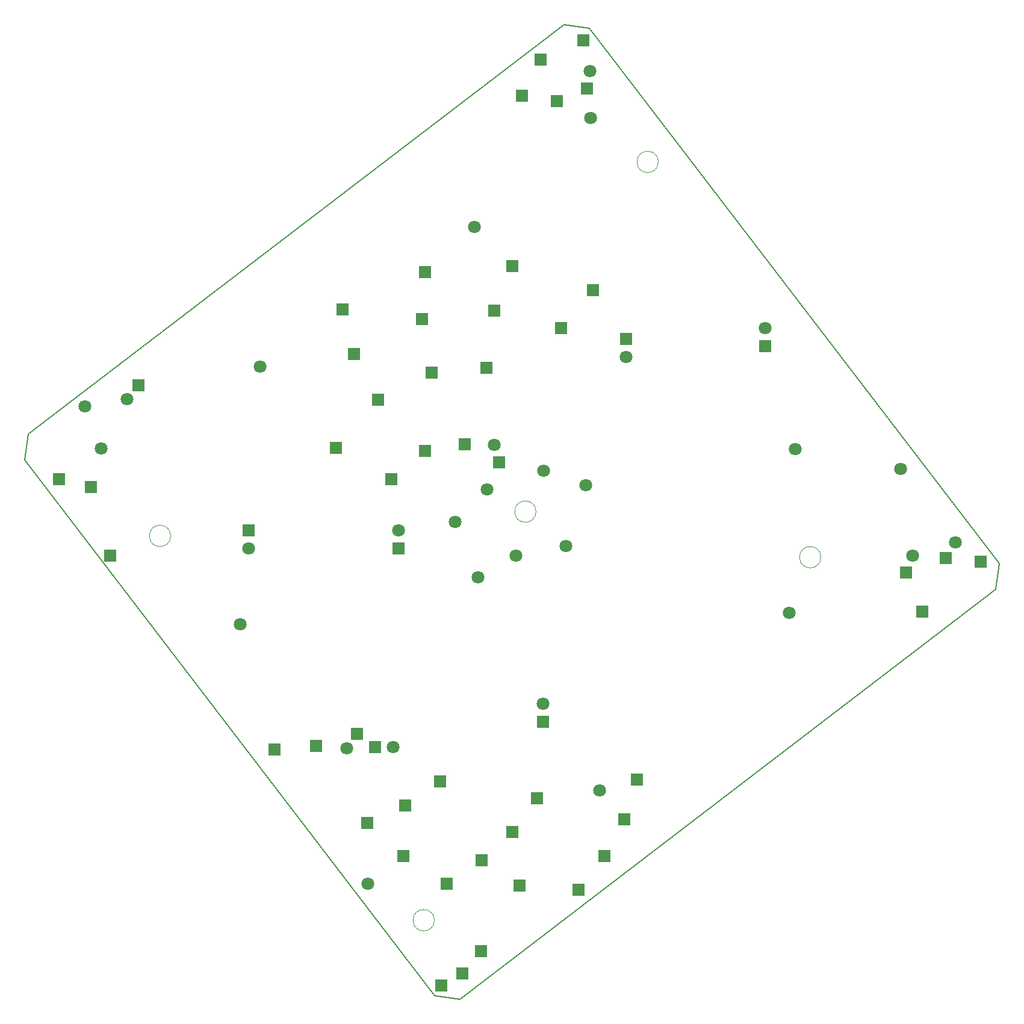
<source format=gts>
G04 #@! TF.GenerationSoftware,KiCad,Pcbnew,5.1.9+dfsg1-1+deb11u1*
G04 #@! TF.CreationDate,2024-07-30T12:46:16+01:00*
G04 #@! TF.ProjectId,drivers,64726976-6572-4732-9e6b-696361645f70,rev?*
G04 #@! TF.SameCoordinates,Original*
G04 #@! TF.FileFunction,Soldermask,Top*
G04 #@! TF.FilePolarity,Negative*
%FSLAX46Y46*%
G04 Gerber Fmt 4.6, Leading zero omitted, Abs format (unit mm)*
G04 Created by KiCad (PCBNEW 5.1.9+dfsg1-1+deb11u1) date 2024-07-30 12:46:16*
%MOMM*%
%LPD*%
G01*
G04 APERTURE LIST*
G04 #@! TA.AperFunction,Profile*
%ADD10C,0.050000*%
G04 #@! TD*
G04 #@! TA.AperFunction,Profile*
%ADD11C,0.150000*%
G04 #@! TD*
%ADD12C,1.800000*%
%ADD13R,1.800000X1.800000*%
G04 APERTURE END LIST*
D10*
X89068477Y-157426062D02*
G75*
G03*
X89068477Y-157426062I-1500000J0D01*
G01*
X120564477Y-50770062D02*
G75*
G03*
X120564477Y-50770062I-1500000J0D01*
G01*
X143424477Y-106372062D02*
G75*
G03*
X143424477Y-106372062I-1500000J0D01*
G01*
X51984477Y-103372062D02*
G75*
G03*
X51984477Y-103372062I-1500000J0D01*
G01*
D11*
X168510657Y-107287602D02*
X168025517Y-110929962D01*
X31975497Y-89073262D02*
X31487817Y-92710542D01*
X92706897Y-168514302D02*
X89074697Y-168029162D01*
X107296657Y-31483842D02*
X110908537Y-31951202D01*
X92706897Y-168514302D02*
X168025517Y-110929962D01*
X168510657Y-107287602D02*
X110908537Y-31951202D01*
X31975497Y-89073262D02*
X107296657Y-31483842D01*
X89074697Y-168029162D02*
X31487817Y-92710542D01*
D10*
X103370000Y-99951320D02*
G75*
G03*
X103370000Y-99951320I-1500000J0D01*
G01*
D12*
X97484089Y-90610486D03*
D13*
X160999412Y-106473216D03*
X98141489Y-93063938D03*
X93324310Y-90466117D03*
X87784864Y-91446859D03*
X82974182Y-95437930D03*
X96431602Y-79762476D03*
X88683876Y-80399837D03*
X81195598Y-84221183D03*
X75257910Y-90994566D03*
X106925511Y-74153835D03*
X97524136Y-71700073D03*
X87333737Y-72836949D03*
X77754778Y-77754666D03*
X111365416Y-68774046D03*
X100000104Y-65416548D03*
X87725815Y-66276612D03*
X78166096Y-131181806D03*
X89839052Y-137920589D03*
X103522366Y-140262726D03*
X117556827Y-137651159D03*
X72416832Y-132872033D03*
X84959012Y-141324156D03*
X99999773Y-145016607D03*
X115744334Y-143257908D03*
X66570775Y-133428856D03*
X79609763Y-143726347D03*
X95711718Y-149011905D03*
X112975293Y-148425653D03*
X84751055Y-148362405D03*
X101066678Y-152562298D03*
X90785752Y-152254480D03*
X47430638Y-82181328D03*
X155405119Y-108531957D03*
X43510000Y-106190000D03*
X106312274Y-42205966D03*
X101410000Y-41470000D03*
X157698852Y-113989468D03*
X40742051Y-96513347D03*
X110496779Y-40472920D03*
X95660000Y-161810000D03*
X104048316Y-36407720D03*
X36260000Y-95420000D03*
X93044912Y-164917920D03*
X165870000Y-106970000D03*
D12*
X96520051Y-96811214D03*
X100535924Y-106125638D03*
X104410827Y-94251699D03*
X91954120Y-101418705D03*
X107577395Y-104827335D03*
X95198809Y-109222998D03*
X110363000Y-96228179D03*
X94719777Y-59891607D03*
X76709204Y-133262446D03*
X139790982Y-91178704D03*
X64573156Y-79546128D03*
X112346035Y-139157128D03*
X154664068Y-93943054D03*
X61792553Y-115825874D03*
X139000543Y-114195204D03*
X111029568Y-44583000D03*
X162345406Y-104319174D03*
X156377135Y-106185303D03*
X42246701Y-91072607D03*
X79677765Y-152266742D03*
X39882458Y-85141438D03*
X45849450Y-84169152D03*
X110937867Y-37971512D03*
D13*
X76122098Y-71543224D03*
X109364467Y-153110749D03*
X109988644Y-33685157D03*
X90040000Y-166640000D03*
X84012477Y-105126062D03*
X80710477Y-133066062D03*
X135574477Y-76678062D03*
D12*
X62930477Y-105126062D03*
D13*
X62930477Y-102586062D03*
D12*
X104332477Y-126970062D03*
D13*
X104332477Y-129510062D03*
D12*
X116016477Y-78202062D03*
D13*
X116016477Y-75662062D03*
D12*
X84012477Y-102586062D03*
X83250477Y-133066062D03*
X135574477Y-74138062D03*
M02*

</source>
